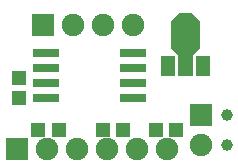
<source format=gts>
G04 DipTrace 2.4.0.2*
%INSquishyDuino.gts*%
%MOIN*%
%ADD24C,0.0394*%
%ADD29R,0.0866X0.0315*%
%ADD31R,0.0472X0.0669*%
%ADD33R,0.0512X0.0472*%
%ADD35C,0.0748*%
%ADD37R,0.0748X0.0748*%
%ADD39R,0.0472X0.0512*%
%FSLAX44Y44*%
G04*
G70*
G90*
G75*
G01*
%LNTopMask*%
%LPD*%
D39*
X4661Y6857D3*
Y6188D3*
D24*
X11599Y4609D3*
Y5609D3*
D37*
X4598Y4482D3*
D35*
X5598D3*
X6598D3*
X7598D3*
X8598D3*
X9598D3*
D37*
X10724Y5609D3*
D35*
Y4609D3*
D37*
X5473Y8607D3*
D35*
X6473D3*
X7473D3*
X8473D3*
D33*
X9911Y5107D3*
X9242D3*
X8128Y5121D3*
X7459D3*
X5315D3*
X5985D3*
D31*
X9628Y7246D3*
G36*
X10455Y6911D2*
Y7603D1*
X10691Y7840D1*
Y8738D1*
X10432Y8998D1*
X10005D1*
X9746Y8738D1*
Y7840D1*
X9982Y7603D1*
Y6911D1*
X10455D1*
G37*
D31*
X10809Y7246D3*
D29*
X8473Y6169D3*
Y6669D3*
Y7169D3*
Y7669D3*
X5560D3*
Y7169D3*
Y6669D3*
Y6169D3*
M02*

</source>
